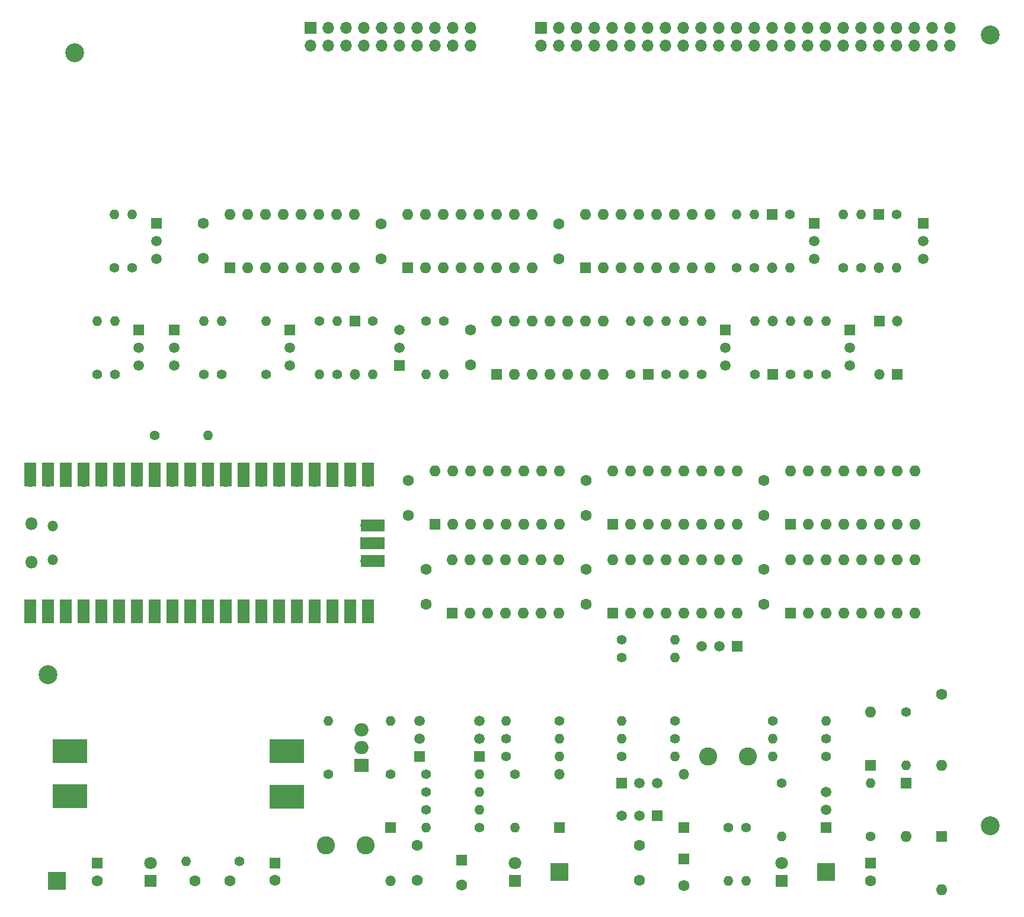
<source format=gts>
G04 #@! TF.GenerationSoftware,KiCad,Pcbnew,8.0.0*
G04 #@! TF.CreationDate,2024-03-08T17:43:01-03:00*
G04 #@! TF.ProjectId,usbflashprog,75736266-6c61-4736-9870-726f672e6b69,v0.3.0 rev.A*
G04 #@! TF.SameCoordinates,Original*
G04 #@! TF.FileFunction,Soldermask,Top*
G04 #@! TF.FilePolarity,Negative*
%FSLAX46Y46*%
G04 Gerber Fmt 4.6, Leading zero omitted, Abs format (unit mm)*
G04 Created by KiCad (PCBNEW 8.0.0) date 2024-03-08 17:43:01*
%MOMM*%
%LPD*%
G01*
G04 APERTURE LIST*
%ADD10R,2.500000X2.500000*%
%ADD11R,1.500000X1.500000*%
%ADD12O,1.500000X1.500000*%
%ADD13R,1.600000X1.600000*%
%ADD14O,1.600000X1.600000*%
%ADD15C,1.400000*%
%ADD16O,1.400000X1.400000*%
%ADD17C,1.600000*%
%ADD18R,1.800000X1.800000*%
%ADD19C,1.800000*%
%ADD20C,1.500000*%
%ADD21R,2.000000X1.905000*%
%ADD22O,2.000000X1.905000*%
%ADD23C,2.700000*%
%ADD24O,1.800000X1.800000*%
%ADD25O,1.700000X1.700000*%
%ADD26R,1.700000X3.500000*%
%ADD27R,1.700000X1.700000*%
%ADD28R,3.500000X1.700000*%
%ADD29C,2.600000*%
%ADD30R,5.000000X3.500000*%
G04 APERTURE END LIST*
D10*
X145420000Y-150124000D03*
D11*
X193680000Y-79009000D03*
D12*
X193680000Y-71389000D03*
D13*
X178455000Y-100469000D03*
D14*
X180995000Y-100469000D03*
X183535000Y-100469000D03*
X186075000Y-100469000D03*
X188615000Y-100469000D03*
X191155000Y-100469000D03*
X193695000Y-100469000D03*
X196235000Y-100469000D03*
X196235000Y-92849000D03*
X193695000Y-92849000D03*
X191155000Y-92849000D03*
X188615000Y-92849000D03*
X186075000Y-92849000D03*
X183535000Y-92849000D03*
X180995000Y-92849000D03*
X178455000Y-92849000D03*
D11*
X191140000Y-71379000D03*
D12*
X191140000Y-78999000D03*
D15*
X161930000Y-128534000D03*
D16*
X154310000Y-128534000D03*
D15*
X154310000Y-133614000D03*
D16*
X161930000Y-133614000D03*
D13*
X189870000Y-148894000D03*
D17*
X189870000Y-151394000D03*
D18*
X177170000Y-151394000D03*
D19*
X177170000Y-148854000D03*
D15*
X126370000Y-141234000D03*
D16*
X133990000Y-141234000D03*
D10*
X73665000Y-151394000D03*
D15*
X183520000Y-79004000D03*
D16*
X183520000Y-71384000D03*
D15*
X126370000Y-136154000D03*
D16*
X133990000Y-136154000D03*
D17*
X126370000Y-106869000D03*
X126370000Y-111869000D03*
D15*
X137800000Y-131074000D03*
D16*
X145420000Y-131074000D03*
D11*
X122560000Y-77734000D03*
D20*
X122560000Y-75194000D03*
X122560000Y-72654000D03*
D21*
X117155000Y-134884000D03*
D22*
X117155000Y-132344000D03*
X117155000Y-129804000D03*
D17*
X200030000Y-124724000D03*
D14*
X200030000Y-134884000D03*
D15*
X87632991Y-87779000D03*
D16*
X95252991Y-87779000D03*
D15*
X133990000Y-143774000D03*
D16*
X126370000Y-143774000D03*
D17*
X120000000Y-57494000D03*
X120000000Y-62494000D03*
D15*
X99700000Y-148590000D03*
D16*
X92080000Y-148590000D03*
D11*
X181870000Y-57414000D03*
D20*
X181870000Y-59954000D03*
X181870000Y-62494000D03*
D11*
X116210000Y-71379000D03*
D12*
X116210000Y-78999000D03*
D11*
X169190000Y-72654000D03*
D20*
X169190000Y-75194000D03*
X169190000Y-77734000D03*
D15*
X118750000Y-71384000D03*
D16*
X118750000Y-79004000D03*
D13*
X178440000Y-113179000D03*
D14*
X180980000Y-113179000D03*
X183520000Y-113179000D03*
X186060000Y-113179000D03*
X188600000Y-113179000D03*
X191140000Y-113179000D03*
X193680000Y-113179000D03*
X196220000Y-113179000D03*
X196220000Y-105559000D03*
X193680000Y-105559000D03*
X191140000Y-105559000D03*
X188600000Y-105559000D03*
X186060000Y-105559000D03*
X183520000Y-105559000D03*
X180980000Y-105559000D03*
X178440000Y-105559000D03*
D15*
X81925000Y-79014000D03*
D16*
X81925000Y-71394000D03*
D17*
X156850000Y-146354000D03*
X156850000Y-151354000D03*
D13*
X136525000Y-78994000D03*
D14*
X139065000Y-78994000D03*
X141605000Y-78994000D03*
X144145000Y-78994000D03*
X146685000Y-78994000D03*
X149225000Y-78994000D03*
X151765000Y-78994000D03*
X151765000Y-71374000D03*
X149225000Y-71374000D03*
X146685000Y-71374000D03*
X144145000Y-71374000D03*
X141605000Y-71374000D03*
X139065000Y-71374000D03*
X136525000Y-71374000D03*
D15*
X189870000Y-145044000D03*
D16*
X189870000Y-137424000D03*
D13*
X153055000Y-100469000D03*
D14*
X155595000Y-100469000D03*
X158135000Y-100469000D03*
X160675000Y-100469000D03*
X163215000Y-100469000D03*
X165755000Y-100469000D03*
X168295000Y-100469000D03*
X170835000Y-100469000D03*
X170835000Y-92849000D03*
X168295000Y-92849000D03*
X165755000Y-92849000D03*
X163215000Y-92849000D03*
X160675000Y-92849000D03*
X158135000Y-92849000D03*
X155595000Y-92849000D03*
X153055000Y-92849000D03*
D11*
X125460000Y-133614000D03*
D20*
X125460000Y-131074000D03*
X125460000Y-128534000D03*
D11*
X191120000Y-56139000D03*
D12*
X191120000Y-63759000D03*
D13*
X104780000Y-148854000D03*
D17*
X104780000Y-151354000D03*
D15*
X175900000Y-128534000D03*
D16*
X183520000Y-128534000D03*
D15*
X84455000Y-63754000D03*
D16*
X84455000Y-56134000D03*
D15*
X193660000Y-56144000D03*
D16*
X193660000Y-63764000D03*
D13*
X127640000Y-100479000D03*
D14*
X130180000Y-100479000D03*
X132720000Y-100479000D03*
X135260000Y-100479000D03*
X137800000Y-100479000D03*
X140340000Y-100479000D03*
X142880000Y-100479000D03*
X145420000Y-100479000D03*
X145420000Y-92859000D03*
X142880000Y-92859000D03*
X140340000Y-92859000D03*
X137800000Y-92859000D03*
X135260000Y-92859000D03*
X132720000Y-92859000D03*
X130180000Y-92859000D03*
X127640000Y-92859000D03*
D15*
X183520000Y-131074000D03*
D16*
X175900000Y-131074000D03*
D15*
X103510000Y-79004000D03*
D16*
X103510000Y-71384000D03*
D13*
X98410000Y-63764000D03*
D14*
X100950000Y-63764000D03*
X103490000Y-63764000D03*
X106030000Y-63764000D03*
X108570000Y-63764000D03*
X111110000Y-63764000D03*
X113650000Y-63764000D03*
X116190000Y-63764000D03*
X116190000Y-56144000D03*
X113650000Y-56144000D03*
X111110000Y-56144000D03*
X108570000Y-56144000D03*
X106030000Y-56144000D03*
X103490000Y-56144000D03*
X100950000Y-56144000D03*
X98410000Y-56144000D03*
D11*
X133990000Y-133614000D03*
D20*
X133990000Y-131074000D03*
X133990000Y-128534000D03*
D13*
X130175000Y-113169000D03*
D14*
X132715000Y-113169000D03*
X135255000Y-113169000D03*
X137795000Y-113169000D03*
X140335000Y-113169000D03*
X142875000Y-113169000D03*
X145415000Y-113169000D03*
X145415000Y-105549000D03*
X142875000Y-105549000D03*
X140335000Y-105549000D03*
X137795000Y-105549000D03*
X135255000Y-105549000D03*
X132715000Y-105549000D03*
X130175000Y-105549000D03*
D15*
X188580000Y-63764000D03*
D16*
X188580000Y-56144000D03*
D15*
X79385000Y-79014000D03*
D16*
X79385000Y-71394000D03*
D11*
X159390000Y-142144000D03*
D20*
X156850000Y-142144000D03*
X154310000Y-142144000D03*
D15*
X137800000Y-133614000D03*
D16*
X145420000Y-133614000D03*
D13*
X194950000Y-137424000D03*
D14*
X194950000Y-145044000D03*
D11*
X87905000Y-57404000D03*
D20*
X87905000Y-59944000D03*
X87905000Y-62484000D03*
D15*
X155580000Y-79004000D03*
D16*
X155580000Y-71384000D03*
D15*
X177170000Y-137424000D03*
D16*
X177170000Y-145044000D03*
D11*
X154310000Y-137424000D03*
D20*
X156850000Y-137424000D03*
X159390000Y-137424000D03*
D15*
X186040000Y-63764000D03*
D16*
X186040000Y-56144000D03*
D23*
X72390000Y-121920000D03*
D17*
X94600000Y-57454000D03*
X94600000Y-62454000D03*
D23*
X76200000Y-33020000D03*
D13*
X149225000Y-63754000D03*
D14*
X151765000Y-63754000D03*
X154305000Y-63754000D03*
X156845000Y-63754000D03*
X159385000Y-63754000D03*
X161925000Y-63754000D03*
X164465000Y-63754000D03*
X167005000Y-63754000D03*
X167005000Y-56134000D03*
X164465000Y-56134000D03*
X161925000Y-56134000D03*
X159385000Y-56134000D03*
X156845000Y-56134000D03*
X154305000Y-56134000D03*
X151765000Y-56134000D03*
X149225000Y-56134000D03*
D15*
X94620000Y-79004000D03*
D16*
X94620000Y-71384000D03*
D15*
X145420000Y-128534000D03*
D16*
X137800000Y-128534000D03*
D11*
X85375000Y-72664000D03*
D20*
X85375000Y-75204000D03*
X85375000Y-77744000D03*
D11*
X145420000Y-143779000D03*
D12*
X145420000Y-136159000D03*
D15*
X165740000Y-79004000D03*
D16*
X165740000Y-71384000D03*
D11*
X197470000Y-57414000D03*
D20*
X197470000Y-59954000D03*
X197470000Y-62494000D03*
D15*
X163200000Y-79004000D03*
D16*
X163200000Y-71384000D03*
D15*
X126370000Y-138694000D03*
D16*
X133990000Y-138694000D03*
D11*
X183520000Y-143774000D03*
D20*
X183520000Y-141234000D03*
X183520000Y-138694000D03*
D11*
X163200000Y-143779000D03*
D12*
X163200000Y-136159000D03*
D24*
X70000000Y-105859000D03*
D12*
X73030000Y-105559000D03*
X73030000Y-100709000D03*
D24*
X70000000Y-100409000D03*
D25*
X69870000Y-112024000D03*
D26*
X69870000Y-112924000D03*
D25*
X72410000Y-112024000D03*
D26*
X72410000Y-112924000D03*
D27*
X74950000Y-112024000D03*
D26*
X74950000Y-112924000D03*
D25*
X77490000Y-112024000D03*
D26*
X77490000Y-112924000D03*
D25*
X80030000Y-112024000D03*
D26*
X80030000Y-112924000D03*
D25*
X82570000Y-112024000D03*
D26*
X82570000Y-112924000D03*
D25*
X85110000Y-112024000D03*
D26*
X85110000Y-112924000D03*
D27*
X87650000Y-112024000D03*
D26*
X87650000Y-112924000D03*
D25*
X90190000Y-112024000D03*
D26*
X90190000Y-112924000D03*
D25*
X92730000Y-112024000D03*
D26*
X92730000Y-112924000D03*
D25*
X95270000Y-112024000D03*
D26*
X95270000Y-112924000D03*
D25*
X97810000Y-112024000D03*
D26*
X97810000Y-112924000D03*
D27*
X100350000Y-112024000D03*
D26*
X100350000Y-112924000D03*
D25*
X102890000Y-112024000D03*
D26*
X102890000Y-112924000D03*
D25*
X105430000Y-112024000D03*
D26*
X105430000Y-112924000D03*
D25*
X107970000Y-112024000D03*
D26*
X107970000Y-112924000D03*
D25*
X110510000Y-112024000D03*
D26*
X110510000Y-112924000D03*
D27*
X113050000Y-112024000D03*
D26*
X113050000Y-112924000D03*
D25*
X115590000Y-112024000D03*
D26*
X115590000Y-112924000D03*
D25*
X118130000Y-112024000D03*
D26*
X118130000Y-112924000D03*
D25*
X118130000Y-94244000D03*
D26*
X118130000Y-93344000D03*
D25*
X115590000Y-94244000D03*
D26*
X115590000Y-93344000D03*
D27*
X113050000Y-94244000D03*
D26*
X113050000Y-93344000D03*
D25*
X110510000Y-94244000D03*
D26*
X110510000Y-93344000D03*
D25*
X107970000Y-94244000D03*
D26*
X107970000Y-93344000D03*
D25*
X105430000Y-94244000D03*
D26*
X105430000Y-93344000D03*
D25*
X102890000Y-94244000D03*
D26*
X102890000Y-93344000D03*
D27*
X100350000Y-94244000D03*
D26*
X100350000Y-93344000D03*
D25*
X97810000Y-94244000D03*
D26*
X97810000Y-93344000D03*
D25*
X95270000Y-94244000D03*
D26*
X95270000Y-93344000D03*
D25*
X92730000Y-94244000D03*
D26*
X92730000Y-93344000D03*
D25*
X90190000Y-94244000D03*
D26*
X90190000Y-93344000D03*
D27*
X87650000Y-94244000D03*
D26*
X87650000Y-93344000D03*
D25*
X85110000Y-94244000D03*
D26*
X85110000Y-93344000D03*
D25*
X82570000Y-94244000D03*
D26*
X82570000Y-93344000D03*
D25*
X80030000Y-94244000D03*
D26*
X80030000Y-93344000D03*
D25*
X77490000Y-94244000D03*
D26*
X77490000Y-93344000D03*
D27*
X74950000Y-94244000D03*
D26*
X74950000Y-93344000D03*
D25*
X72410000Y-94244000D03*
D26*
X72410000Y-93344000D03*
D25*
X69870000Y-94244000D03*
D26*
X69870000Y-93344000D03*
D25*
X117900000Y-105674000D03*
D28*
X118800000Y-105674000D03*
D27*
X117900000Y-103134000D03*
D28*
X118800000Y-103134000D03*
D25*
X117900000Y-100594000D03*
D28*
X118800000Y-100594000D03*
D15*
X126370000Y-71384000D03*
D16*
X126370000Y-79004000D03*
D15*
X128910000Y-71384000D03*
D16*
X128910000Y-79004000D03*
D27*
X109860000Y-29474000D03*
D25*
X109860000Y-32014000D03*
X112400000Y-29474000D03*
X112400000Y-32014000D03*
X114940000Y-29474000D03*
X114940000Y-32014000D03*
X117480000Y-29474000D03*
X117480000Y-32014000D03*
X120020000Y-29474000D03*
X120020000Y-32014000D03*
X122560000Y-29474000D03*
X122560000Y-32014000D03*
X125100000Y-29474000D03*
X125100000Y-32014000D03*
X127640000Y-29474000D03*
X127640000Y-32014000D03*
X130180000Y-29474000D03*
X130180000Y-32014000D03*
X132720000Y-29474000D03*
X132720000Y-32014000D03*
D11*
X175880000Y-56139000D03*
D12*
X175880000Y-63759000D03*
D15*
X170800000Y-63764000D03*
D16*
X170800000Y-56144000D03*
D15*
X183520000Y-133614000D03*
D16*
X175900000Y-133614000D03*
D15*
X154310000Y-119529000D03*
D16*
X161930000Y-119529000D03*
D13*
X131450000Y-148471349D03*
D17*
X131450000Y-151971349D03*
X125100000Y-151354000D03*
X125100000Y-146354000D03*
X145400000Y-57494000D03*
X145400000Y-62494000D03*
D13*
X163200000Y-148321349D03*
D17*
X163200000Y-152121349D03*
D15*
X160660000Y-79004000D03*
D16*
X160660000Y-71384000D03*
D15*
X178440000Y-79004000D03*
D16*
X178440000Y-71384000D03*
D11*
X106960000Y-72654000D03*
D20*
X106960000Y-75194000D03*
X106960000Y-77734000D03*
D11*
X158120000Y-79009000D03*
D12*
X158120000Y-71389000D03*
D15*
X172090000Y-143774000D03*
D16*
X172090000Y-151394000D03*
D17*
X98390000Y-151394000D03*
X93390000Y-151394000D03*
D23*
X207010000Y-30480000D03*
D15*
X173360000Y-79004000D03*
D16*
X173360000Y-71384000D03*
D17*
X149230000Y-94169000D03*
X149230000Y-99169000D03*
D11*
X175900000Y-79009000D03*
D12*
X175900000Y-71389000D03*
D27*
X142875000Y-29474000D03*
D25*
X142875000Y-32014000D03*
X145415000Y-29474000D03*
X145415000Y-32014000D03*
X147955000Y-29474000D03*
X147955000Y-32014000D03*
X150495000Y-29474000D03*
X150495000Y-32014000D03*
X153035000Y-29474000D03*
X153035000Y-32014000D03*
X155575000Y-29474000D03*
X155575000Y-32014000D03*
X158115000Y-29474000D03*
X158115000Y-32014000D03*
X160655000Y-29474000D03*
X160655000Y-32014000D03*
X163195000Y-29474000D03*
X163195000Y-32014000D03*
X165735000Y-29474000D03*
X165735000Y-32014000D03*
X168275000Y-29474000D03*
X168275000Y-32014000D03*
X170815000Y-29474000D03*
X170815000Y-32014000D03*
X173355000Y-29474000D03*
X173355000Y-32014000D03*
X175895000Y-29474000D03*
X175895000Y-32014000D03*
X178435000Y-29474000D03*
X178435000Y-32014000D03*
X180975000Y-29474000D03*
X180975000Y-32014000D03*
X183515000Y-29474000D03*
X183515000Y-32014000D03*
X186055000Y-29474000D03*
X186055000Y-32014000D03*
X188595000Y-29474000D03*
X188595000Y-32014000D03*
X191135000Y-29474000D03*
X191135000Y-32014000D03*
X193675000Y-29474000D03*
X193675000Y-32014000D03*
X196215000Y-29474000D03*
X196215000Y-32014000D03*
X198755000Y-29474000D03*
X198755000Y-32014000D03*
X201295000Y-29474000D03*
X201295000Y-32014000D03*
D15*
X111130000Y-71384000D03*
D16*
X111130000Y-79004000D03*
D15*
X97160000Y-79004000D03*
D16*
X97160000Y-71384000D03*
D17*
X174630000Y-106869000D03*
X174630000Y-111869000D03*
D23*
X207010000Y-143510000D03*
D15*
X161930000Y-131074000D03*
D16*
X154310000Y-131074000D03*
D17*
X174630000Y-94169000D03*
X174630000Y-99169000D03*
D15*
X169550000Y-143774000D03*
D16*
X169550000Y-151394000D03*
D11*
X90450000Y-72654000D03*
D20*
X90450000Y-75194000D03*
X90450000Y-77734000D03*
D18*
X139070000Y-151394000D03*
D19*
X139070000Y-148854000D03*
D13*
X123825000Y-63754000D03*
D14*
X126365000Y-63754000D03*
X128905000Y-63754000D03*
X131445000Y-63754000D03*
X133985000Y-63754000D03*
X136525000Y-63754000D03*
X139065000Y-63754000D03*
X141605000Y-63754000D03*
X141605000Y-56134000D03*
X139065000Y-56134000D03*
X136525000Y-56134000D03*
X133985000Y-56134000D03*
X131445000Y-56134000D03*
X128905000Y-56134000D03*
X126365000Y-56134000D03*
X123825000Y-56134000D03*
D11*
X121290000Y-143769000D03*
D12*
X121290000Y-151389000D03*
D29*
X112140000Y-146314000D03*
X117740000Y-146314000D03*
D15*
X113670000Y-79004000D03*
D16*
X113670000Y-71384000D03*
D11*
X186970000Y-72654000D03*
D20*
X186970000Y-75194000D03*
X186970000Y-77734000D03*
D13*
X200030000Y-145044000D03*
D14*
X200030000Y-152664000D03*
D15*
X180980000Y-79004000D03*
D16*
X180980000Y-71384000D03*
D17*
X123830000Y-94169000D03*
X123830000Y-99169000D03*
D15*
X173340000Y-63764000D03*
D16*
X173340000Y-56144000D03*
D29*
X166750000Y-133614000D03*
X172350000Y-133614000D03*
D17*
X149230000Y-106869000D03*
X149230000Y-111869000D03*
D30*
X75540000Y-139354000D03*
X75540000Y-132904000D03*
X106540000Y-132904000D03*
X106540000Y-139404000D03*
D15*
X194950000Y-127264000D03*
D16*
X194950000Y-134884000D03*
D15*
X112400000Y-136154000D03*
D16*
X112400000Y-128534000D03*
D11*
X170820000Y-117899000D03*
D20*
X168280000Y-117899000D03*
X165740000Y-117899000D03*
D13*
X189870000Y-134884000D03*
D14*
X189870000Y-127264000D03*
D15*
X154310000Y-116989000D03*
D16*
X161930000Y-116989000D03*
D17*
X132720000Y-72654000D03*
X132720000Y-77654000D03*
D15*
X121290000Y-136154000D03*
D16*
X121290000Y-128534000D03*
D13*
X153040000Y-113179000D03*
D14*
X155580000Y-113179000D03*
X158120000Y-113179000D03*
X160660000Y-113179000D03*
X163200000Y-113179000D03*
X165740000Y-113179000D03*
X168280000Y-113179000D03*
X170820000Y-113179000D03*
X170820000Y-105559000D03*
X168280000Y-105559000D03*
X165740000Y-105559000D03*
X163200000Y-105559000D03*
X160660000Y-105559000D03*
X158120000Y-105559000D03*
X155580000Y-105559000D03*
X153040000Y-105559000D03*
D15*
X139070000Y-136154000D03*
D16*
X139070000Y-143774000D03*
D15*
X178420000Y-56144000D03*
D16*
X178420000Y-63764000D03*
D15*
X81915000Y-63754000D03*
D16*
X81915000Y-56134000D03*
D18*
X87000000Y-151394000D03*
D19*
X87000000Y-148854000D03*
D13*
X79380000Y-148894000D03*
D17*
X79380000Y-151394000D03*
D10*
X183520000Y-150124000D03*
M02*

</source>
